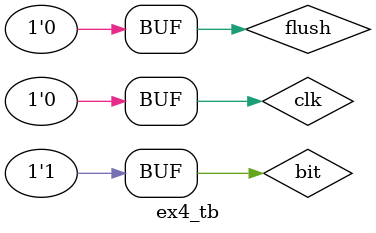
<source format=v>
module ex4(
    input clk,
    input bit,      // Semnal pentru citirea unui bit
    input flush,    // Semnal pentru golire, activa pe 1 -> vom citi alt nr byte, desi cel anterior isi pastreaza valoarea
    output reg [7:0] byte
);

reg [7:0] buffer;   // Buffer pentru citirea unui byte
reg [2:0] cnt;      // Contor pentru citirea unui byte -> cand ajunge la 8, am citit un byte

// Initialize registers to known values
initial begin
    byte = 8'b0;
    buffer = 8'b0;
    cnt = 3'b0;
end

always @(posedge clk) begin
    if (flush) begin
        // Reset buffer and counter on flush
        buffer <= 8'b0;
        cnt <= 3'b0;
    end else begin
        if (cnt == 3'b111) begin
            // Update byte with buffer value after 8 bits are read
            byte <= {buffer[6:0], bit};
            cnt <= 3'b0; // Reset counter
        end else begin
            // Shift buffer and increment counter
            buffer <= {buffer[6:0], bit};
            cnt <= cnt + 1;
        end
    end
end

endmodule




module ex4_tb;

reg clk;
reg flush;
reg bit;
wire [7:0] byte;

// Instanțierea modulului ex4
ex4 uut (
    .clk(clk),
    .flush(flush),
    .bit(bit),
    .byte(byte)
);

// Generarea semnalului de ceas
localparam CLK_PERIOD = 10;
localparam CLK_CYCLES = 30;
initial begin
    clk = 0;
    repeat (2 * CLK_CYCLES) # (CLK_PERIOD / 2) clk = ~clk;
end

initial begin
    bit = 0;
    #(CLK_PERIOD) bit = 1;
    #(CLK_PERIOD) bit = 0;
    #(2 * CLK_PERIOD) bit = 1;
    #(CLK_PERIOD) bit = 0;
    #(CLK_PERIOD) bit = 1;
    #(CLK_PERIOD) bit = 0;
    #(CLK_PERIOD) bit = 1;
    #(CLK_PERIOD) bit = 0;  
    #(CLK_PERIOD) bit = 1;
    #(CLK_PERIOD) bit = 0;
    #(2 * CLK_PERIOD) bit = 1;
    #(CLK_PERIOD) bit = 0;
    #(CLK_PERIOD) bit = 1;
    #(CLK_PERIOD) bit = 0;
    #(CLK_PERIOD) bit = 1;
    #(CLK_PERIOD) bit = 0;
    #(2 * CLK_PERIOD) bit = 1;
    #(CLK_PERIOD) bit = 0;
    #(2 * CLK_PERIOD) bit = 1;
    #(CLK_PERIOD) bit = 0;
    #(CLK_PERIOD) bit = 1;
    #(2 * CLK_PERIOD) bit = 0;
    #(2 * CLK_PERIOD)bit=1;
end

initial begin
    flush = 0;
    #(13 * CLK_PERIOD) flush = 1;
    #(8 * CLK_PERIOD) flush = 0;
end

initial begin
    $display("Time       |   flush      | bit_in      | byte");
    $display("------------------------------------------------");
    $monitor("%d          |   %b          | %b          | %b", $time, flush, bit, byte);
end



endmodule

</source>
